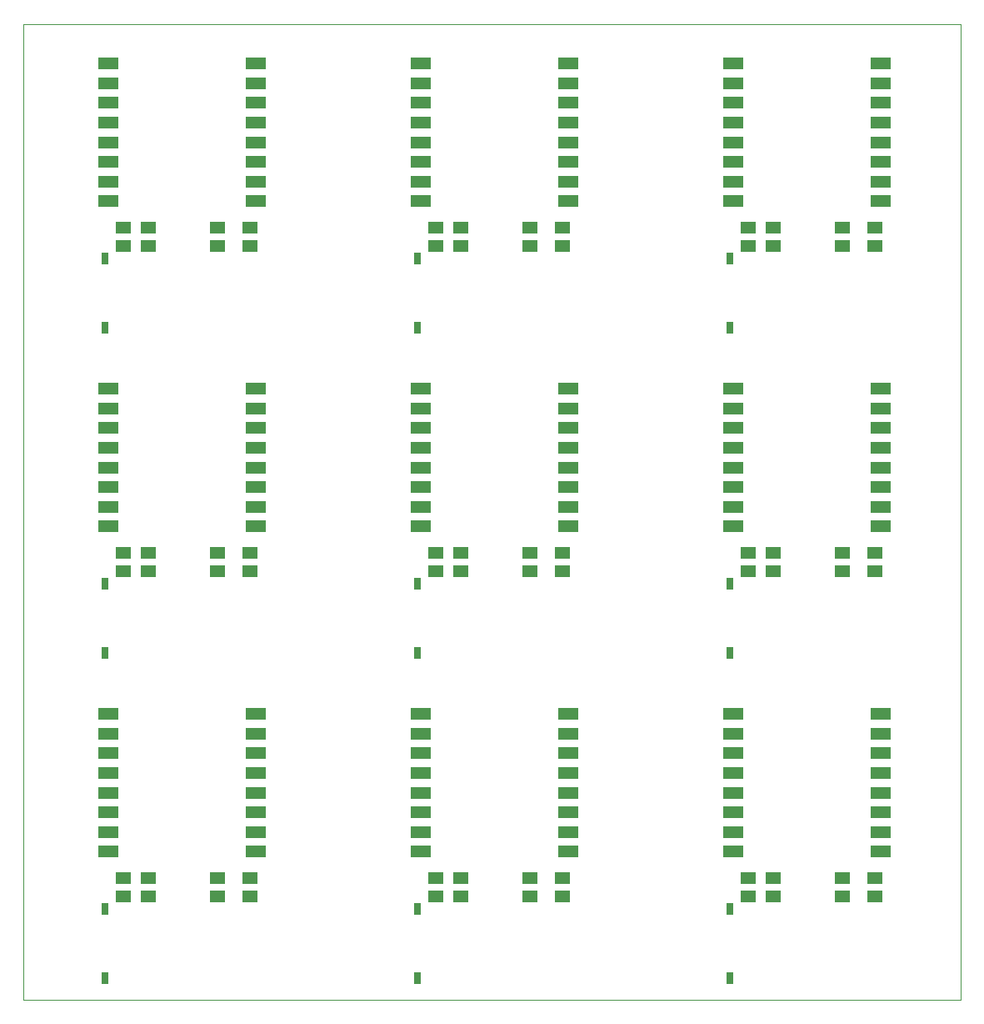
<source format=gtp>
G75*
%MOIN*%
%OFA0B0*%
%FSLAX25Y25*%
%IPPOS*%
%LPD*%
%AMOC8*
5,1,8,0,0,1.08239X$1,22.5*
%
%ADD10C,0.00000*%
%ADD11R,0.05906X0.05118*%
%ADD12R,0.03150X0.04724*%
%ADD13R,0.07874X0.04724*%
D10*
X0001000Y0001287D02*
X0376000Y0001287D01*
X0376000Y0391287D01*
X0001000Y0391287D01*
X0001000Y0001287D01*
D11*
X0041000Y0042547D03*
X0041000Y0050028D03*
X0051000Y0050028D03*
X0051000Y0042547D03*
X0078500Y0042547D03*
X0078500Y0050028D03*
X0091500Y0050028D03*
X0091500Y0042547D03*
X0166000Y0042547D03*
X0166000Y0050028D03*
X0176000Y0050028D03*
X0176000Y0042547D03*
X0203500Y0042547D03*
X0203500Y0050028D03*
X0216500Y0050028D03*
X0216500Y0042547D03*
X0291000Y0042547D03*
X0291000Y0050028D03*
X0301000Y0050028D03*
X0301000Y0042547D03*
X0328500Y0042547D03*
X0328500Y0050028D03*
X0341500Y0050028D03*
X0341500Y0042547D03*
X0341500Y0172547D03*
X0341500Y0180028D03*
X0328500Y0180028D03*
X0328500Y0172547D03*
X0301000Y0172547D03*
X0301000Y0180028D03*
X0291000Y0180028D03*
X0291000Y0172547D03*
X0216500Y0172547D03*
X0216500Y0180028D03*
X0203500Y0180028D03*
X0203500Y0172547D03*
X0176000Y0172547D03*
X0176000Y0180028D03*
X0166000Y0180028D03*
X0166000Y0172547D03*
X0091500Y0172547D03*
X0091500Y0180028D03*
X0078500Y0180028D03*
X0078500Y0172547D03*
X0051000Y0172547D03*
X0051000Y0180028D03*
X0041000Y0180028D03*
X0041000Y0172547D03*
X0041000Y0302547D03*
X0041000Y0310028D03*
X0051000Y0310028D03*
X0051000Y0302547D03*
X0078500Y0302547D03*
X0078500Y0310028D03*
X0091500Y0310028D03*
X0091500Y0302547D03*
X0166000Y0302547D03*
X0166000Y0310028D03*
X0176000Y0310028D03*
X0176000Y0302547D03*
X0203500Y0302547D03*
X0203500Y0310028D03*
X0216500Y0310028D03*
X0216500Y0302547D03*
X0291000Y0302547D03*
X0291000Y0310028D03*
X0301000Y0310028D03*
X0301000Y0302547D03*
X0328500Y0302547D03*
X0328500Y0310028D03*
X0341500Y0310028D03*
X0341500Y0302547D03*
D12*
X0283500Y0297567D03*
X0283500Y0270008D03*
X0283500Y0167567D03*
X0283500Y0140008D03*
X0283500Y0037567D03*
X0283500Y0010008D03*
X0158500Y0010008D03*
X0158500Y0037567D03*
X0158500Y0140008D03*
X0158500Y0167567D03*
X0158500Y0270008D03*
X0158500Y0297567D03*
X0033500Y0297567D03*
X0033500Y0270008D03*
X0033500Y0167567D03*
X0033500Y0140008D03*
X0033500Y0037567D03*
X0033500Y0010008D03*
D13*
X0034972Y0060386D03*
X0034972Y0068260D03*
X0034972Y0076134D03*
X0034972Y0084008D03*
X0034972Y0091882D03*
X0034972Y0099756D03*
X0034972Y0107630D03*
X0034972Y0115504D03*
X0094028Y0115504D03*
X0094028Y0107630D03*
X0094028Y0099756D03*
X0094028Y0091882D03*
X0094028Y0084008D03*
X0094028Y0076134D03*
X0094028Y0068260D03*
X0094028Y0060386D03*
X0159972Y0060386D03*
X0159972Y0068260D03*
X0159972Y0076134D03*
X0159972Y0084008D03*
X0159972Y0091882D03*
X0159972Y0099756D03*
X0159972Y0107630D03*
X0159972Y0115504D03*
X0219028Y0115504D03*
X0219028Y0107630D03*
X0219028Y0099756D03*
X0219028Y0091882D03*
X0219028Y0084008D03*
X0219028Y0076134D03*
X0219028Y0068260D03*
X0219028Y0060386D03*
X0284972Y0060386D03*
X0284972Y0068260D03*
X0284972Y0076134D03*
X0284972Y0084008D03*
X0284972Y0091882D03*
X0284972Y0099756D03*
X0284972Y0107630D03*
X0284972Y0115504D03*
X0344028Y0115504D03*
X0344028Y0107630D03*
X0344028Y0099756D03*
X0344028Y0091882D03*
X0344028Y0084008D03*
X0344028Y0076134D03*
X0344028Y0068260D03*
X0344028Y0060386D03*
X0344028Y0190386D03*
X0344028Y0198260D03*
X0344028Y0206134D03*
X0344028Y0214008D03*
X0344028Y0221882D03*
X0344028Y0229756D03*
X0344028Y0237630D03*
X0344028Y0245504D03*
X0284972Y0245504D03*
X0284972Y0237630D03*
X0284972Y0229756D03*
X0284972Y0221882D03*
X0284972Y0214008D03*
X0284972Y0206134D03*
X0284972Y0198260D03*
X0284972Y0190386D03*
X0219028Y0190386D03*
X0219028Y0198260D03*
X0219028Y0206134D03*
X0219028Y0214008D03*
X0219028Y0221882D03*
X0219028Y0229756D03*
X0219028Y0237630D03*
X0219028Y0245504D03*
X0159972Y0245504D03*
X0159972Y0237630D03*
X0159972Y0229756D03*
X0159972Y0221882D03*
X0159972Y0214008D03*
X0159972Y0206134D03*
X0159972Y0198260D03*
X0159972Y0190386D03*
X0094028Y0190386D03*
X0094028Y0198260D03*
X0094028Y0206134D03*
X0094028Y0214008D03*
X0094028Y0221882D03*
X0094028Y0229756D03*
X0094028Y0237630D03*
X0094028Y0245504D03*
X0034972Y0245504D03*
X0034972Y0237630D03*
X0034972Y0229756D03*
X0034972Y0221882D03*
X0034972Y0214008D03*
X0034972Y0206134D03*
X0034972Y0198260D03*
X0034972Y0190386D03*
X0034972Y0320386D03*
X0034972Y0328260D03*
X0034972Y0336134D03*
X0034972Y0344008D03*
X0034972Y0351882D03*
X0034972Y0359756D03*
X0034972Y0367630D03*
X0034972Y0375504D03*
X0094028Y0375504D03*
X0094028Y0367630D03*
X0094028Y0359756D03*
X0094028Y0351882D03*
X0094028Y0344008D03*
X0094028Y0336134D03*
X0094028Y0328260D03*
X0094028Y0320386D03*
X0159972Y0320386D03*
X0159972Y0328260D03*
X0159972Y0336134D03*
X0159972Y0344008D03*
X0159972Y0351882D03*
X0159972Y0359756D03*
X0159972Y0367630D03*
X0159972Y0375504D03*
X0219028Y0375504D03*
X0219028Y0367630D03*
X0219028Y0359756D03*
X0219028Y0351882D03*
X0219028Y0344008D03*
X0219028Y0336134D03*
X0219028Y0328260D03*
X0219028Y0320386D03*
X0284972Y0320386D03*
X0284972Y0328260D03*
X0284972Y0336134D03*
X0284972Y0344008D03*
X0284972Y0351882D03*
X0284972Y0359756D03*
X0284972Y0367630D03*
X0284972Y0375504D03*
X0344028Y0375504D03*
X0344028Y0367630D03*
X0344028Y0359756D03*
X0344028Y0351882D03*
X0344028Y0344008D03*
X0344028Y0336134D03*
X0344028Y0328260D03*
X0344028Y0320386D03*
M02*

</source>
